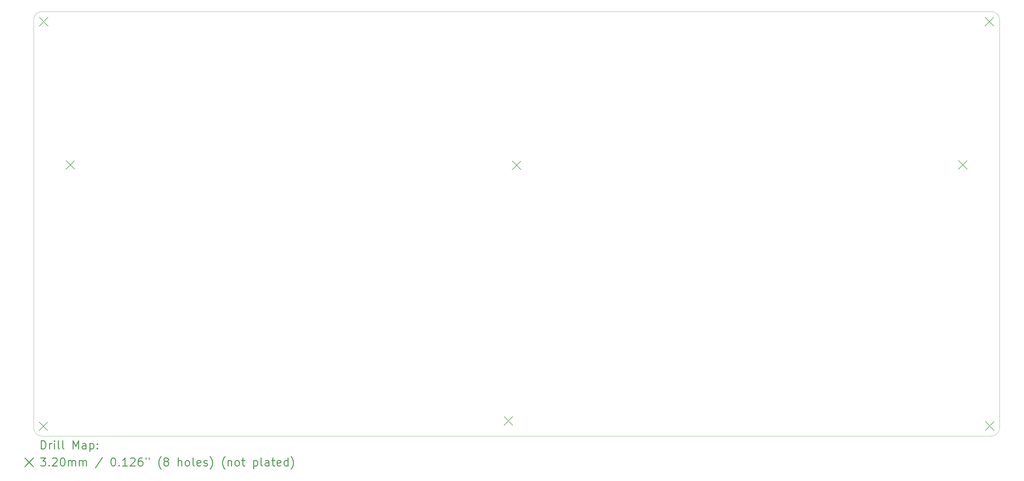
<source format=gbr>
%FSLAX45Y45*%
G04 Gerber Fmt 4.5, Leading zero omitted, Abs format (unit mm)*
G04 Created by KiCad (PCBNEW (5.1.9)-1) date 2021-05-22 18:24:16*
%MOMM*%
%LPD*%
G01*
G04 APERTURE LIST*
%TA.AperFunction,Profile*%
%ADD10C,0.100000*%
%TD*%
%ADD11C,0.200000*%
%ADD12C,0.300000*%
G04 APERTURE END LIST*
D10*
X38952500Y-6268500D02*
X38952500Y-21278500D01*
X38652500Y-5968500D02*
G75*
G02*
X38952500Y-6268500I0J-300000D01*
G01*
X3492500Y-6268500D02*
G75*
G02*
X3792500Y-5968500I300000J0D01*
G01*
X3792500Y-21578500D02*
G75*
G02*
X3492500Y-21278500I0J300000D01*
G01*
X38952500Y-21278500D02*
G75*
G02*
X38652500Y-21578500I-300000J0D01*
G01*
X3792500Y-5968500D02*
X38652500Y-5968500D01*
X3492500Y-21278500D02*
X3492500Y-6268500D01*
X38652500Y-21578500D02*
X3792500Y-21578500D01*
D11*
X3692500Y-21058500D02*
X4012500Y-21378500D01*
X4012500Y-21058500D02*
X3692500Y-21378500D01*
X3702500Y-6178500D02*
X4022500Y-6498500D01*
X4022500Y-6178500D02*
X3702500Y-6498500D01*
X4677500Y-11446000D02*
X4997500Y-11766000D01*
X4997500Y-11446000D02*
X4677500Y-11766000D01*
X20762500Y-20858500D02*
X21082500Y-21178500D01*
X21082500Y-20858500D02*
X20762500Y-21178500D01*
X21062500Y-11463500D02*
X21382500Y-11783500D01*
X21382500Y-11463500D02*
X21062500Y-11783500D01*
X37447500Y-11446000D02*
X37767500Y-11766000D01*
X37767500Y-11446000D02*
X37447500Y-11766000D01*
X38422500Y-6178500D02*
X38742500Y-6498500D01*
X38742500Y-6178500D02*
X38422500Y-6498500D01*
X38432500Y-21048500D02*
X38752500Y-21368500D01*
X38752500Y-21048500D02*
X38432500Y-21368500D01*
D12*
X3773928Y-22049214D02*
X3773928Y-21749214D01*
X3845357Y-21749214D01*
X3888214Y-21763500D01*
X3916786Y-21792072D01*
X3931071Y-21820643D01*
X3945357Y-21877786D01*
X3945357Y-21920643D01*
X3931071Y-21977786D01*
X3916786Y-22006357D01*
X3888214Y-22034929D01*
X3845357Y-22049214D01*
X3773928Y-22049214D01*
X4073928Y-22049214D02*
X4073928Y-21849214D01*
X4073928Y-21906357D02*
X4088214Y-21877786D01*
X4102500Y-21863500D01*
X4131071Y-21849214D01*
X4159643Y-21849214D01*
X4259643Y-22049214D02*
X4259643Y-21849214D01*
X4259643Y-21749214D02*
X4245357Y-21763500D01*
X4259643Y-21777786D01*
X4273928Y-21763500D01*
X4259643Y-21749214D01*
X4259643Y-21777786D01*
X4445357Y-22049214D02*
X4416786Y-22034929D01*
X4402500Y-22006357D01*
X4402500Y-21749214D01*
X4602500Y-22049214D02*
X4573928Y-22034929D01*
X4559643Y-22006357D01*
X4559643Y-21749214D01*
X4945357Y-22049214D02*
X4945357Y-21749214D01*
X5045357Y-21963500D01*
X5145357Y-21749214D01*
X5145357Y-22049214D01*
X5416786Y-22049214D02*
X5416786Y-21892072D01*
X5402500Y-21863500D01*
X5373928Y-21849214D01*
X5316786Y-21849214D01*
X5288214Y-21863500D01*
X5416786Y-22034929D02*
X5388214Y-22049214D01*
X5316786Y-22049214D01*
X5288214Y-22034929D01*
X5273928Y-22006357D01*
X5273928Y-21977786D01*
X5288214Y-21949214D01*
X5316786Y-21934929D01*
X5388214Y-21934929D01*
X5416786Y-21920643D01*
X5559643Y-21849214D02*
X5559643Y-22149214D01*
X5559643Y-21863500D02*
X5588214Y-21849214D01*
X5645357Y-21849214D01*
X5673928Y-21863500D01*
X5688214Y-21877786D01*
X5702500Y-21906357D01*
X5702500Y-21992072D01*
X5688214Y-22020643D01*
X5673928Y-22034929D01*
X5645357Y-22049214D01*
X5588214Y-22049214D01*
X5559643Y-22034929D01*
X5831071Y-22020643D02*
X5845357Y-22034929D01*
X5831071Y-22049214D01*
X5816786Y-22034929D01*
X5831071Y-22020643D01*
X5831071Y-22049214D01*
X5831071Y-21863500D02*
X5845357Y-21877786D01*
X5831071Y-21892072D01*
X5816786Y-21877786D01*
X5831071Y-21863500D01*
X5831071Y-21892072D01*
X3167500Y-22383500D02*
X3487500Y-22703500D01*
X3487500Y-22383500D02*
X3167500Y-22703500D01*
X3745357Y-22379214D02*
X3931071Y-22379214D01*
X3831071Y-22493500D01*
X3873928Y-22493500D01*
X3902500Y-22507786D01*
X3916786Y-22522071D01*
X3931071Y-22550643D01*
X3931071Y-22622071D01*
X3916786Y-22650643D01*
X3902500Y-22664929D01*
X3873928Y-22679214D01*
X3788214Y-22679214D01*
X3759643Y-22664929D01*
X3745357Y-22650643D01*
X4059643Y-22650643D02*
X4073928Y-22664929D01*
X4059643Y-22679214D01*
X4045357Y-22664929D01*
X4059643Y-22650643D01*
X4059643Y-22679214D01*
X4188214Y-22407786D02*
X4202500Y-22393500D01*
X4231071Y-22379214D01*
X4302500Y-22379214D01*
X4331071Y-22393500D01*
X4345357Y-22407786D01*
X4359643Y-22436357D01*
X4359643Y-22464929D01*
X4345357Y-22507786D01*
X4173928Y-22679214D01*
X4359643Y-22679214D01*
X4545357Y-22379214D02*
X4573928Y-22379214D01*
X4602500Y-22393500D01*
X4616786Y-22407786D01*
X4631071Y-22436357D01*
X4645357Y-22493500D01*
X4645357Y-22564929D01*
X4631071Y-22622071D01*
X4616786Y-22650643D01*
X4602500Y-22664929D01*
X4573928Y-22679214D01*
X4545357Y-22679214D01*
X4516786Y-22664929D01*
X4502500Y-22650643D01*
X4488214Y-22622071D01*
X4473928Y-22564929D01*
X4473928Y-22493500D01*
X4488214Y-22436357D01*
X4502500Y-22407786D01*
X4516786Y-22393500D01*
X4545357Y-22379214D01*
X4773928Y-22679214D02*
X4773928Y-22479214D01*
X4773928Y-22507786D02*
X4788214Y-22493500D01*
X4816786Y-22479214D01*
X4859643Y-22479214D01*
X4888214Y-22493500D01*
X4902500Y-22522071D01*
X4902500Y-22679214D01*
X4902500Y-22522071D02*
X4916786Y-22493500D01*
X4945357Y-22479214D01*
X4988214Y-22479214D01*
X5016786Y-22493500D01*
X5031071Y-22522071D01*
X5031071Y-22679214D01*
X5173928Y-22679214D02*
X5173928Y-22479214D01*
X5173928Y-22507786D02*
X5188214Y-22493500D01*
X5216786Y-22479214D01*
X5259643Y-22479214D01*
X5288214Y-22493500D01*
X5302500Y-22522071D01*
X5302500Y-22679214D01*
X5302500Y-22522071D02*
X5316786Y-22493500D01*
X5345357Y-22479214D01*
X5388214Y-22479214D01*
X5416786Y-22493500D01*
X5431071Y-22522071D01*
X5431071Y-22679214D01*
X6016786Y-22364929D02*
X5759643Y-22750643D01*
X6402500Y-22379214D02*
X6431071Y-22379214D01*
X6459643Y-22393500D01*
X6473928Y-22407786D01*
X6488214Y-22436357D01*
X6502500Y-22493500D01*
X6502500Y-22564929D01*
X6488214Y-22622071D01*
X6473928Y-22650643D01*
X6459643Y-22664929D01*
X6431071Y-22679214D01*
X6402500Y-22679214D01*
X6373928Y-22664929D01*
X6359643Y-22650643D01*
X6345357Y-22622071D01*
X6331071Y-22564929D01*
X6331071Y-22493500D01*
X6345357Y-22436357D01*
X6359643Y-22407786D01*
X6373928Y-22393500D01*
X6402500Y-22379214D01*
X6631071Y-22650643D02*
X6645357Y-22664929D01*
X6631071Y-22679214D01*
X6616786Y-22664929D01*
X6631071Y-22650643D01*
X6631071Y-22679214D01*
X6931071Y-22679214D02*
X6759643Y-22679214D01*
X6845357Y-22679214D02*
X6845357Y-22379214D01*
X6816786Y-22422071D01*
X6788214Y-22450643D01*
X6759643Y-22464929D01*
X7045357Y-22407786D02*
X7059643Y-22393500D01*
X7088214Y-22379214D01*
X7159643Y-22379214D01*
X7188214Y-22393500D01*
X7202500Y-22407786D01*
X7216786Y-22436357D01*
X7216786Y-22464929D01*
X7202500Y-22507786D01*
X7031071Y-22679214D01*
X7216786Y-22679214D01*
X7473928Y-22379214D02*
X7416786Y-22379214D01*
X7388214Y-22393500D01*
X7373928Y-22407786D01*
X7345357Y-22450643D01*
X7331071Y-22507786D01*
X7331071Y-22622071D01*
X7345357Y-22650643D01*
X7359643Y-22664929D01*
X7388214Y-22679214D01*
X7445357Y-22679214D01*
X7473928Y-22664929D01*
X7488214Y-22650643D01*
X7502500Y-22622071D01*
X7502500Y-22550643D01*
X7488214Y-22522071D01*
X7473928Y-22507786D01*
X7445357Y-22493500D01*
X7388214Y-22493500D01*
X7359643Y-22507786D01*
X7345357Y-22522071D01*
X7331071Y-22550643D01*
X7616786Y-22379214D02*
X7616786Y-22436357D01*
X7731071Y-22379214D02*
X7731071Y-22436357D01*
X8173928Y-22793500D02*
X8159643Y-22779214D01*
X8131071Y-22736357D01*
X8116786Y-22707786D01*
X8102500Y-22664929D01*
X8088214Y-22593500D01*
X8088214Y-22536357D01*
X8102500Y-22464929D01*
X8116786Y-22422071D01*
X8131071Y-22393500D01*
X8159643Y-22350643D01*
X8173928Y-22336357D01*
X8331071Y-22507786D02*
X8302500Y-22493500D01*
X8288214Y-22479214D01*
X8273928Y-22450643D01*
X8273928Y-22436357D01*
X8288214Y-22407786D01*
X8302500Y-22393500D01*
X8331071Y-22379214D01*
X8388214Y-22379214D01*
X8416786Y-22393500D01*
X8431071Y-22407786D01*
X8445357Y-22436357D01*
X8445357Y-22450643D01*
X8431071Y-22479214D01*
X8416786Y-22493500D01*
X8388214Y-22507786D01*
X8331071Y-22507786D01*
X8302500Y-22522071D01*
X8288214Y-22536357D01*
X8273928Y-22564929D01*
X8273928Y-22622071D01*
X8288214Y-22650643D01*
X8302500Y-22664929D01*
X8331071Y-22679214D01*
X8388214Y-22679214D01*
X8416786Y-22664929D01*
X8431071Y-22650643D01*
X8445357Y-22622071D01*
X8445357Y-22564929D01*
X8431071Y-22536357D01*
X8416786Y-22522071D01*
X8388214Y-22507786D01*
X8802500Y-22679214D02*
X8802500Y-22379214D01*
X8931071Y-22679214D02*
X8931071Y-22522071D01*
X8916786Y-22493500D01*
X8888214Y-22479214D01*
X8845357Y-22479214D01*
X8816786Y-22493500D01*
X8802500Y-22507786D01*
X9116786Y-22679214D02*
X9088214Y-22664929D01*
X9073928Y-22650643D01*
X9059643Y-22622071D01*
X9059643Y-22536357D01*
X9073928Y-22507786D01*
X9088214Y-22493500D01*
X9116786Y-22479214D01*
X9159643Y-22479214D01*
X9188214Y-22493500D01*
X9202500Y-22507786D01*
X9216786Y-22536357D01*
X9216786Y-22622071D01*
X9202500Y-22650643D01*
X9188214Y-22664929D01*
X9159643Y-22679214D01*
X9116786Y-22679214D01*
X9388214Y-22679214D02*
X9359643Y-22664929D01*
X9345357Y-22636357D01*
X9345357Y-22379214D01*
X9616786Y-22664929D02*
X9588214Y-22679214D01*
X9531071Y-22679214D01*
X9502500Y-22664929D01*
X9488214Y-22636357D01*
X9488214Y-22522071D01*
X9502500Y-22493500D01*
X9531071Y-22479214D01*
X9588214Y-22479214D01*
X9616786Y-22493500D01*
X9631071Y-22522071D01*
X9631071Y-22550643D01*
X9488214Y-22579214D01*
X9745357Y-22664929D02*
X9773928Y-22679214D01*
X9831071Y-22679214D01*
X9859643Y-22664929D01*
X9873928Y-22636357D01*
X9873928Y-22622071D01*
X9859643Y-22593500D01*
X9831071Y-22579214D01*
X9788214Y-22579214D01*
X9759643Y-22564929D01*
X9745357Y-22536357D01*
X9745357Y-22522071D01*
X9759643Y-22493500D01*
X9788214Y-22479214D01*
X9831071Y-22479214D01*
X9859643Y-22493500D01*
X9973928Y-22793500D02*
X9988214Y-22779214D01*
X10016786Y-22736357D01*
X10031071Y-22707786D01*
X10045357Y-22664929D01*
X10059643Y-22593500D01*
X10059643Y-22536357D01*
X10045357Y-22464929D01*
X10031071Y-22422071D01*
X10016786Y-22393500D01*
X9988214Y-22350643D01*
X9973928Y-22336357D01*
X10516786Y-22793500D02*
X10502500Y-22779214D01*
X10473928Y-22736357D01*
X10459643Y-22707786D01*
X10445357Y-22664929D01*
X10431071Y-22593500D01*
X10431071Y-22536357D01*
X10445357Y-22464929D01*
X10459643Y-22422071D01*
X10473928Y-22393500D01*
X10502500Y-22350643D01*
X10516786Y-22336357D01*
X10631071Y-22479214D02*
X10631071Y-22679214D01*
X10631071Y-22507786D02*
X10645357Y-22493500D01*
X10673928Y-22479214D01*
X10716786Y-22479214D01*
X10745357Y-22493500D01*
X10759643Y-22522071D01*
X10759643Y-22679214D01*
X10945357Y-22679214D02*
X10916786Y-22664929D01*
X10902500Y-22650643D01*
X10888214Y-22622071D01*
X10888214Y-22536357D01*
X10902500Y-22507786D01*
X10916786Y-22493500D01*
X10945357Y-22479214D01*
X10988214Y-22479214D01*
X11016786Y-22493500D01*
X11031071Y-22507786D01*
X11045357Y-22536357D01*
X11045357Y-22622071D01*
X11031071Y-22650643D01*
X11016786Y-22664929D01*
X10988214Y-22679214D01*
X10945357Y-22679214D01*
X11131071Y-22479214D02*
X11245357Y-22479214D01*
X11173928Y-22379214D02*
X11173928Y-22636357D01*
X11188214Y-22664929D01*
X11216786Y-22679214D01*
X11245357Y-22679214D01*
X11573928Y-22479214D02*
X11573928Y-22779214D01*
X11573928Y-22493500D02*
X11602500Y-22479214D01*
X11659643Y-22479214D01*
X11688214Y-22493500D01*
X11702500Y-22507786D01*
X11716786Y-22536357D01*
X11716786Y-22622071D01*
X11702500Y-22650643D01*
X11688214Y-22664929D01*
X11659643Y-22679214D01*
X11602500Y-22679214D01*
X11573928Y-22664929D01*
X11888214Y-22679214D02*
X11859643Y-22664929D01*
X11845357Y-22636357D01*
X11845357Y-22379214D01*
X12131071Y-22679214D02*
X12131071Y-22522071D01*
X12116786Y-22493500D01*
X12088214Y-22479214D01*
X12031071Y-22479214D01*
X12002500Y-22493500D01*
X12131071Y-22664929D02*
X12102500Y-22679214D01*
X12031071Y-22679214D01*
X12002500Y-22664929D01*
X11988214Y-22636357D01*
X11988214Y-22607786D01*
X12002500Y-22579214D01*
X12031071Y-22564929D01*
X12102500Y-22564929D01*
X12131071Y-22550643D01*
X12231071Y-22479214D02*
X12345357Y-22479214D01*
X12273928Y-22379214D02*
X12273928Y-22636357D01*
X12288214Y-22664929D01*
X12316786Y-22679214D01*
X12345357Y-22679214D01*
X12559643Y-22664929D02*
X12531071Y-22679214D01*
X12473928Y-22679214D01*
X12445357Y-22664929D01*
X12431071Y-22636357D01*
X12431071Y-22522071D01*
X12445357Y-22493500D01*
X12473928Y-22479214D01*
X12531071Y-22479214D01*
X12559643Y-22493500D01*
X12573928Y-22522071D01*
X12573928Y-22550643D01*
X12431071Y-22579214D01*
X12831071Y-22679214D02*
X12831071Y-22379214D01*
X12831071Y-22664929D02*
X12802500Y-22679214D01*
X12745357Y-22679214D01*
X12716786Y-22664929D01*
X12702500Y-22650643D01*
X12688214Y-22622071D01*
X12688214Y-22536357D01*
X12702500Y-22507786D01*
X12716786Y-22493500D01*
X12745357Y-22479214D01*
X12802500Y-22479214D01*
X12831071Y-22493500D01*
X12945357Y-22793500D02*
X12959643Y-22779214D01*
X12988214Y-22736357D01*
X13002500Y-22707786D01*
X13016786Y-22664929D01*
X13031071Y-22593500D01*
X13031071Y-22536357D01*
X13016786Y-22464929D01*
X13002500Y-22422071D01*
X12988214Y-22393500D01*
X12959643Y-22350643D01*
X12945357Y-22336357D01*
M02*

</source>
